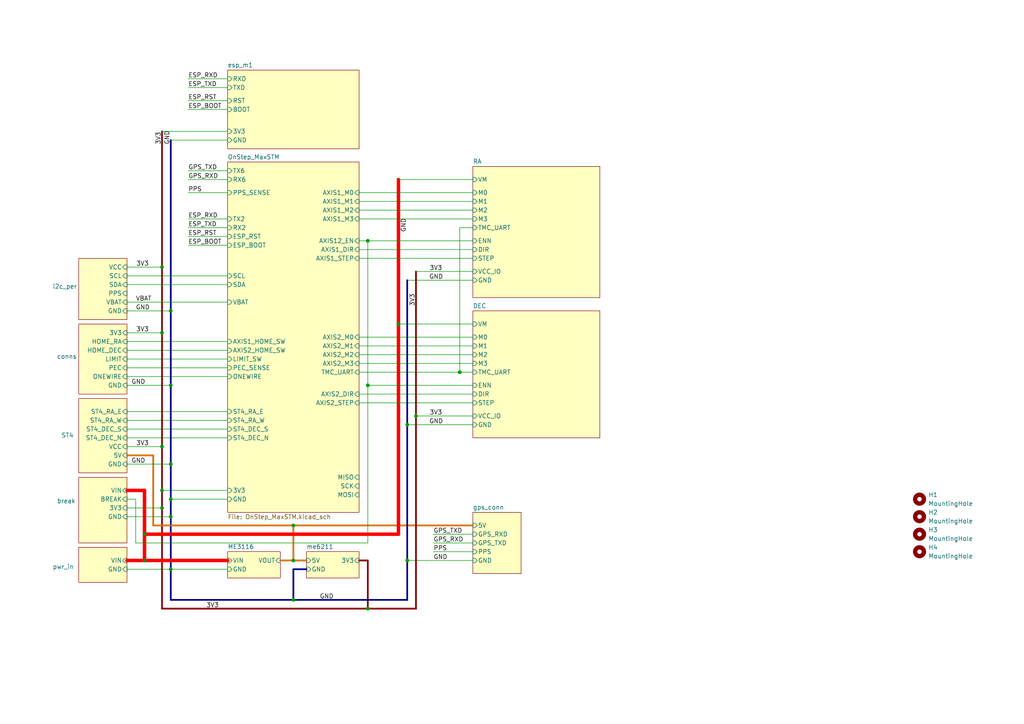
<source format=kicad_sch>
(kicad_sch (version 20250114) (generator "eeschema") (generator_version "9.0")
  (paper "A4")
  (lib_symbols
    (symbol "Mechanical:MountingHole" (pin_names (offset 1.016)) (exclude_from_sim yes) (in_bom no)
      (property "Reference" "H" (at 0 5.08 0))
      (property "Value" "MountingHole" (at 0 3.175 0))
      (symbol "MountingHole_0_1"
        (circle (center 0 0) (radius 1.27) (stroke (width 1.27)))
      )
    )
  )
  (junction (at 46.99 96.52))
  (junction (at 106.68 69.85))
  (junction (at 133.35 107.95))
  (junction (at 46.99 77.47))
  (junction (at 41.91 154.94))
  (junction (at 46.99 147.32))
  (junction (at 46.99 129.54))
  (junction (at 106.68 111.76))
  (junction (at 118.11 162.56))
  (junction (at 49.53 111.76))
  (junction (at 41.91 162.56))
  (junction (at 49.53 134.62))
  (junction (at 85.09 162.56))
  (junction (at 106.68 176.53))
  (junction (at 46.99 142.24))
  (junction (at 49.53 149.86))
  (junction (at 85.09 173.99))
  (junction (at 85.09 152.4))
  (junction (at 118.11 123.19))
  (junction (at 49.53 144.78))
  (junction (at 49.53 165.1))
  (junction (at 115.57 93.98))
  (junction (at 120.65 120.65))
  (junction (at 49.53 90.17))
  (wire (pts (xy 85.09 173.99) (xy 49.53 173.99)) (stroke (width 0.5) (color 0 0 132 1)))
  (wire (pts (xy 49.53 144.78) (xy 66.04 144.78)))
  (wire (pts (xy 125.73 157.48) (xy 137.16 157.48)))
  (wire (pts (xy 36.83 82.55) (xy 66.04 82.55)))
  (wire (pts (xy 81.28 162.56) (xy 85.09 162.56)) (stroke (width 0.5) (color 204 102 0 1)))
  (wire (pts (xy 118.11 123.19) (xy 118.11 162.56)) (stroke (width 0.5) (color 0 0 132 1)))
  (wire (pts (xy 36.83 90.17) (xy 49.53 90.17)))
  (wire (pts (xy 106.68 111.76) (xy 137.16 111.76)))
  (wire (pts (xy 85.09 152.4) (xy 44.45 152.4)) (stroke (width 0.5) (color 204 102 0 1)))
  (wire (pts (xy 36.83 77.47) (xy 46.99 77.47)))
  (wire (pts (xy 54.61 52.07) (xy 66.04 52.07)))
  (wire (pts (xy 46.99 142.24) (xy 46.99 147.32)) (stroke (width 0.5) (color 132 0 0 1)))
  (wire (pts (xy 118.11 162.56) (xy 137.16 162.56)))
  (wire (pts (xy 54.61 29.21) (xy 66.04 29.21)))
  (wire (pts (xy 36.83 149.86) (xy 49.53 149.86)))
  (wire (pts (xy 133.35 107.95) (xy 137.16 107.95)))
  (wire (pts (xy 104.14 116.84) (xy 137.16 116.84)))
  (wire (pts (xy 39.37 157.48) (xy 106.68 157.48)))
  (wire (pts (xy 36.83 147.32) (xy 46.99 147.32)))
  (wire (pts (xy 46.99 96.52) (xy 46.99 129.54)) (stroke (width 0.5) (color 132 0 0 1)))
  (wire (pts (xy 104.14 102.87) (xy 137.16 102.87)))
  (wire (pts (xy 49.53 40.64) (xy 66.04 40.64)))
  (wire (pts (xy 85.09 173.99) (xy 118.11 173.99)) (stroke (width 0.5) (color 0 0 132 1)))
  (wire (pts (xy 104.14 105.41) (xy 137.16 105.41)))
  (wire (pts (xy 46.99 77.47) (xy 46.99 96.52)) (stroke (width 0.5) (color 132 0 0 1)))
  (wire (pts (xy 36.83 104.14) (xy 66.04 104.14)))
  (wire (pts (xy 44.45 152.4) (xy 44.45 132.08)) (stroke (width 0.5) (color 204 102 0 1)))
  (wire (pts (xy 106.68 111.76) (xy 106.68 157.48)))
  (wire (pts (xy 104.14 100.33) (xy 137.16 100.33)))
  (wire (pts (xy 36.83 127) (xy 66.04 127)))
  (wire (pts (xy 36.83 162.56) (xy 41.91 162.56)) (stroke (width 1) (color 255 0 0 1)))
  (wire (pts (xy 115.57 52.07) (xy 137.16 52.07)))
  (wire (pts (xy 46.99 129.54) (xy 46.99 142.24)) (stroke (width 0.5) (color 132 0 0 1)))
  (wire (pts (xy 36.83 99.06) (xy 66.04 99.06)))
  (wire (pts (xy 104.14 58.42) (xy 137.16 58.42)))
  (wire (pts (xy 104.14 63.5) (xy 137.16 63.5)))
  (wire (pts (xy 39.37 144.78) (xy 39.37 157.48)))
  (wire (pts (xy 54.61 55.88) (xy 66.04 55.88)))
  (wire (pts (xy 36.83 134.62) (xy 49.53 134.62)))
  (wire (pts (xy 125.73 154.94) (xy 137.16 154.94)))
  (wire (pts (xy 104.14 69.85) (xy 106.68 69.85)))
  (wire (pts (xy 104.14 97.79) (xy 137.16 97.79)))
  (wire (pts (xy 49.53 90.17) (xy 49.53 111.76)) (stroke (width 0.5) (color 0 0 132 1)))
  (wire (pts (xy 104.14 74.93) (xy 137.16 74.93)))
  (wire (pts (xy 104.14 72.39) (xy 137.16 72.39)))
  (wire (pts (xy 41.91 162.56) (xy 66.04 162.56)) (stroke (width 1) (color 255 0 0 1)))
  (wire (pts (xy 106.68 176.53) (xy 106.68 162.56)) (stroke (width 0.5) (color 132 0 0 1)))
  (wire (pts (xy 41.91 154.94) (xy 41.91 162.56)) (stroke (width 1) (color 255 0 0 1)))
  (wire (pts (xy 36.83 96.52) (xy 46.99 96.52)))
  (wire (pts (xy 36.83 101.6) (xy 66.04 101.6)))
  (wire (pts (xy 115.57 154.94) (xy 115.57 93.98)) (stroke (width 1) (color 255 0 0 1)))
  (wire (pts (xy 36.83 124.46) (xy 66.04 124.46)))
  (wire (pts (xy 49.53 40.64) (xy 49.53 90.17)) (stroke (width 0.5) (color 0 0 132 1)))
  (wire (pts (xy 120.65 78.74) (xy 137.16 78.74)))
  (wire (pts (xy 106.68 69.85) (xy 137.16 69.85)))
  (wire (pts (xy 104.14 55.88) (xy 137.16 55.88)))
  (wire (pts (xy 49.53 165.1) (xy 66.04 165.1)))
  (wire (pts (xy 36.83 144.78) (xy 39.37 144.78)))
  (wire (pts (xy 54.61 49.53) (xy 66.04 49.53)))
  (wire (pts (xy 54.61 63.5) (xy 66.04 63.5)))
  (wire (pts (xy 120.65 120.65) (xy 137.16 120.65)))
  (wire (pts (xy 36.83 106.68) (xy 66.04 106.68)))
  (wire (pts (xy 49.53 134.62) (xy 49.53 144.78)) (stroke (width 0.5) (color 0 0 132 1)))
  (wire (pts (xy 46.99 147.32) (xy 46.99 176.53)) (stroke (width 0.5) (color 132 0 0 1)))
  (wire (pts (xy 36.83 165.1) (xy 49.53 165.1)))
  (wire (pts (xy 118.11 81.28) (xy 137.16 81.28)))
  (wire (pts (xy 54.61 71.12) (xy 66.04 71.12)))
  (wire (pts (xy 36.83 80.01) (xy 66.04 80.01)))
  (wire (pts (xy 36.83 142.24) (xy 41.91 142.24)) (stroke (width 1) (color 255 0 0 1)))
  (wire (pts (xy 36.83 111.76) (xy 49.53 111.76)))
  (wire (pts (xy 49.53 144.78) (xy 49.53 149.86)) (stroke (width 0.5) (color 0 0 132 1)))
  (wire (pts (xy 85.09 165.1) (xy 85.09 173.99)) (stroke (width 0.5) (color 0 0 132 1)))
  (wire (pts (xy 115.57 93.98) (xy 137.16 93.98)))
  (wire (pts (xy 46.99 38.1) (xy 66.04 38.1)))
  (wire (pts (xy 85.09 162.56) (xy 88.9 162.56)) (stroke (width 0.5) (color 204 102 0 1)))
  (wire (pts (xy 49.53 149.86) (xy 49.53 165.1)) (stroke (width 0.5) (color 0 0 132 1)))
  (wire (pts (xy 36.83 129.54) (xy 46.99 129.54)))
  (wire (pts (xy 41.91 142.24) (xy 41.91 154.94)) (stroke (width 1) (color 255 0 0 1)))
  (wire (pts (xy 125.73 160.02) (xy 137.16 160.02)))
  (wire (pts (xy 104.14 60.96) (xy 137.16 60.96)))
  (wire (pts (xy 54.61 25.4) (xy 66.04 25.4)))
  (wire (pts (xy 106.68 162.56) (xy 104.14 162.56)) (stroke (width 0.5) (color 132 0 0 1)))
  (wire (pts (xy 118.11 123.19) (xy 137.16 123.19)))
  (wire (pts (xy 104.14 114.3) (xy 137.16 114.3)))
  (wire (pts (xy 49.53 165.1) (xy 49.53 173.99)) (stroke (width 0.5) (color 0 0 132 1)))
  (wire (pts (xy 106.68 69.85) (xy 106.68 111.76)))
  (wire (pts (xy 46.99 176.53) (xy 106.68 176.53)) (stroke (width 0.5) (color 132 0 0 1)))
  (wire (pts (xy 85.09 152.4) (xy 85.09 162.56)) (stroke (width 0.5) (color 204 102 0 1)))
  (wire (pts (xy 49.53 111.76) (xy 49.53 134.62)) (stroke (width 0.5) (color 0 0 132 1)))
  (wire (pts (xy 36.83 119.38) (xy 66.04 119.38)))
  (wire (pts (xy 36.83 87.63) (xy 66.04 87.63)))
  (wire (pts (xy 36.83 121.92) (xy 66.04 121.92)))
  (wire (pts (xy 54.61 66.04) (xy 66.04 66.04)))
  (wire (pts (xy 133.35 66.04) (xy 133.35 107.95)))
  (wire (pts (xy 106.68 176.53) (xy 120.65 176.53)) (stroke (width 0.5) (color 132 0 0 1)))
  (wire (pts (xy 54.61 31.75) (xy 66.04 31.75)))
  (wire (pts (xy 44.45 132.08) (xy 36.83 132.08)) (stroke (width 0.5) (color 204 102 0 1)))
  (wire (pts (xy 115.57 93.98) (xy 115.57 52.07)) (stroke (width 1) (color 255 0 0 1)))
  (wire (pts (xy 41.91 154.94) (xy 115.57 154.94)) (stroke (width 1) (color 255 0 0 1)))
  (wire (pts (xy 104.14 107.95) (xy 133.35 107.95)))
  (wire (pts (xy 54.61 22.86) (xy 66.04 22.86)))
  (wire (pts (xy 54.61 68.58) (xy 66.04 68.58)))
  (wire (pts (xy 46.99 38.1) (xy 46.99 77.47)) (stroke (width 0.5) (color 132 0 0 1)))
  (wire (pts (xy 36.83 109.22) (xy 66.04 109.22)))
  (wire (pts (xy 118.11 81.28) (xy 118.11 123.19)) (stroke (width 0.5) (color 0 0 132 1)))
  (wire (pts (xy 118.11 162.56) (xy 118.11 173.99)) (stroke (width 0.5) (color 0 0 132 1)))
  (wire (pts (xy 120.65 78.74) (xy 120.65 120.65)) (stroke (width 0.5) (color 132 0 0 1)))
  (wire (pts (xy 85.09 152.4) (xy 137.16 152.4)) (stroke (width 0.5) (color 204 102 0 1)))
  (wire (pts (xy 88.9 165.1) (xy 85.09 165.1)) (stroke (width 0.5) (color 0 0 132 1)))
  (wire (pts (xy 120.65 120.65) (xy 120.65 176.53)) (stroke (width 0.5) (color 132 0 0 1)))
  (wire (pts (xy 137.16 66.04) (xy 133.35 66.04)))
  (wire (pts (xy 46.99 142.24) (xy 66.04 142.24)))
  (label "ESP_BOOT" (at 54.61 71.12 0))
  (label "GPS_RXD" (at 125.73 157.48 0))
  (label "GND" (at 49.53 41.91 90))
  (label "GND" (at 39.37 90.17 0))
  (label "GND" (at 124.46 81.28 0))
  (label "ESP_TXD" (at 54.61 25.4 0))
  (label "GND" (at 38.1 134.62 0))
  (label "GND" (at 118.11 67.31 90))
  (label "3V3" (at 46.99 41.91 90))
  (label "GND" (at 92.71 173.99 0))
  (label "GND" (at 124.46 123.19 0))
  (label "PPS" (at 54.61 55.88 0))
  (label "GND" (at 125.73 162.56 0))
  (label "3V3" (at 128.27 78.74 180))
  (label "ESP_RXD" (at 54.61 63.5 0))
  (label "ESP_RST" (at 54.61 68.58 0))
  (label "GPS_TXD" (at 54.61 49.53 0))
  (label "ESP_BOOT" (at 54.61 31.75 0))
  (label "3V3" (at 128.27 120.65 180))
  (label "3V3" (at 120.65 85.09 270))
  (label "GND" (at 38.1 111.76 0))
  (label "3V3" (at 43.18 96.52 180))
  (label "3V3" (at 43.18 77.47 180))
  (label "3V3" (at 63.5 176.53 180))
  (label "ESP_RST" (at 54.61 29.21 0))
  (label "ESP_TXD" (at 54.61 66.04 0))
  (label "3V3" (at 43.18 129.54 180))
  (label "ESP_RXD" (at 54.61 22.86 0))
  (label "GPS_RXD" (at 54.61 52.07 0))
  (label "VBAT" (at 39.37 87.63 0))
  (label "PPS" (at 125.73 160.02 0))
  (label "GPS_TXD" (at 125.73 154.94 0))
  (symbol (lib_id "Mechanical:MountingHole") (at 266.7 149.86 0) (unit 1) (exclude_from_sim yes) (in_bom no)
    (property "Reference" "H2" (at 269.24 148.5899 0) (effects (justify left)))
    (property "Value" "MountingHole" (at 269.24 151.1299 0) (effects (justify left)))
    (property "Footprint" "MountingHole:MountingHole_3.2mm_M3_Pad_Via" (effects (hide yes)))
    (property "Description" "Mounting Hole without connection" (effects (hide yes)))
  )
  (symbol (lib_id "Mechanical:MountingHole") (at 266.7 160.02 0) (unit 1) (exclude_from_sim yes) (in_bom no)
    (property "Reference" "H4" (at 269.24 158.7499 0) (effects (justify left)))
    (property "Value" "MountingHole" (at 269.24 161.2899 0) (effects (justify left)))
    (property "Footprint" "MountingHole:MountingHole_3.2mm_M3_Pad_Via" (effects (hide yes)))
    (property "Description" "Mounting Hole without connection" (effects (hide yes)))
  )
  (symbol (lib_id "Mechanical:MountingHole") (at 266.7 154.94 0) (unit 1) (exclude_from_sim yes) (in_bom no)
    (property "Reference" "H3" (at 269.24 153.6699 0) (effects (justify left)))
    (property "Value" "MountingHole" (at 269.24 156.2099 0) (effects (justify left)))
    (property "Footprint" "MountingHole:MountingHole_3.2mm_M3_Pad_Via" (effects (hide yes)))
    (property "Description" "Mounting Hole without connection" (effects (hide yes)))
  )
  (symbol (lib_id "Mechanical:MountingHole") (at 266.7 144.78 0) (unit 1) (exclude_from_sim yes) (in_bom no)
    (property "Reference" "H1" (at 269.24 143.5099 0) (effects (justify left)))
    (property "Value" "MountingHole" (at 269.24 146.0499 0) (effects (justify left)))
    (property "Footprint" "MountingHole:MountingHole_3.2mm_M3_Pad_Via" (effects (hide yes)))
    (property "Description" "Mounting Hole without connection" (effects (hide yes)))
  )
  (sheet (at 66.04 20.32) (size 38.1 22.86) (stroke (width 0.1524)) (fill (color 255 255 194 1.0000))
    (property "Sheetname" "esp_m1" (at 66.04 19.6084 0) (effects (justify left bottom)))
    (property "Sheetfile" "esp_m1.kicad_sch" (effects (hide yes)))
    (pin "3V3" input (at 66.04 38.1 180))
    (pin "GND" input (at 66.04 40.64 180))
    (pin "RXD" input (at 66.04 22.86 180))
    (pin "TXD" input (at 66.04 25.4 180))
    (pin "RST" input (at 66.04 29.21 180))
    (pin "BOOT" input (at 66.04 31.75 180))
  )
  (sheet (at 22.86 158.75) (size 13.97 10.16) (stroke (width 0.1524)) (fill (color 255 255 194 1.0000))
    (property "Sheetname" "pwr_in" (at 15.24 165.1 0) (effects (justify left bottom)))
    (property "Sheetfile" "pwr_in.kicad_sch" (effects (hide yes)))
    (pin "GND" input (at 36.83 165.1 0))
    (pin "VIN" input (at 36.83 162.56 0))
  )
  (sheet (at 22.86 74.93) (size 13.97 17.78) (stroke (width 0.1524)) (fill (color 255 255 194 1.0000))
    (property "Sheetname" "i2c_per" (at 15.24 83.82 0) (effects (justify left bottom)))
    (property "Sheetfile" "i2c_per.kicad_sch" (effects (hide yes)))
    (pin "VCC" input (at 36.83 77.47 0))
    (pin "GND" input (at 36.83 90.17 0))
    (pin "SDA" input (at 36.83 82.55 0))
    (pin "SCL" input (at 36.83 80.01 0))
    (pin "PPS" input (at 36.83 85.09 0))
    (pin "VBAT" input (at 36.83 87.63 0))
  )
  (sheet (at 66.04 160.02) (size 15.24 7.62) (stroke (width 0.1524)) (fill (color 255 255 194 1.0000))
    (property "Sheetname" "ME3116" (at 66.04 159.3084 0) (effects (justify left bottom)))
    (property "Sheetfile" "ME3116.kicad_sch" (effects (hide yes)))
    (pin "VIN" input (at 66.04 162.56 180))
    (pin "GND" input (at 66.04 165.1 180))
    (pin "VOUT" input (at 81.28 162.56 0))
  )
  (sheet (at 88.9 160.02) (size 15.24 7.62) (stroke (width 0.1524)) (fill (color 255 255 194 1.0000))
    (property "Sheetname" "me6211" (at 88.9 159.3084 0) (effects (justify left bottom)))
    (property "Sheetfile" "me6211.kicad_sch" (effects (hide yes)))
    (pin "5V" input (at 88.9 162.56 180))
    (pin "GND" input (at 88.9 165.1 180))
    (pin "3V3" input (at 104.14 162.56 0))
  )
  (sheet (at 22.86 93.98) (size 13.97 20.32) (stroke (width 0.1524)) (fill (color 255 255 194 1.0000))
    (property "Sheetname" "conns" (at 16.51 104.14 0) (effects (justify left bottom)))
    (property "Sheetfile" "conns.kicad_sch" (effects (hide yes)))
    (pin "3V3" input (at 36.83 96.52 0))
    (pin "HOME_RA" input (at 36.83 99.06 0))
    (pin "HOME_DEC" input (at 36.83 101.6 0))
    (pin "GND" input (at 36.83 111.76 0))
    (pin "LIMIT" input (at 36.83 104.14 0))
    (pin "PEC" input (at 36.83 106.68 0))
    (pin "ONEWIRE" input (at 36.83 109.22 0))
  )
  (sheet (at 137.16 148.59) (size 13.97 17.78) (stroke (width 0.1524)) (fill (color 255 255 194 1.0000))
    (property "Sheetname" "gps_conn" (at 137.16 147.8784 0) (effects (justify left bottom)))
    (property "Sheetfile" "gps_conn.kicad_sch" (effects (hide yes)))
    (pin "GND" input (at 137.16 162.56 180))
    (pin "5V" input (at 137.16 152.4 180))
    (pin "GPS_RXD" input (at 137.16 154.94 180))
    (pin "GPS_TXD" input (at 137.16 157.48 180))
    (pin "PPS" input (at 137.16 160.02 180))
  )
  (sheet (at 22.86 115.57) (size 13.97 21.59) (stroke (width 0.1524)) (fill (color 255 255 194 1.0000))
    (property "Sheetname" "ST4" (at 17.78 127 0) (effects (justify left bottom)))
    (property "Sheetfile" "ST4.kicad_sch" (effects (hide yes)))
    (pin "ST4_RA_W" input (at 36.83 121.92 0))
    (pin "ST4_RA_E" input (at 36.83 119.38 0))
    (pin "GND" input (at 36.83 134.62 0))
    (pin "ST4_DEC_N" input (at 36.83 127 0))
    (pin "ST4_DEC_S" input (at 36.83 124.46 0))
    (pin "5V" input (at 36.83 132.08 0))
    (pin "VCC" input (at 36.83 129.54 0))
  )
  (sheet (at 137.16 90.17) (size 36.83 36.83) (stroke (width 0.1524)) (fill (color 255 255 194 1.0000))
    (property "Sheetname" "DEC" (at 137.16 89.4584 0) (effects (justify left bottom)))
    (property "Sheetfile" "tmc2209.kicad_sch" (effects (hide yes)))
    (pin "VCC_IO" input (at 137.16 120.65 180))
    (pin "VM" input (at 137.16 93.98 180))
    (pin "GND" input (at 137.16 123.19 180))
    (pin "DIR" input (at 137.16 114.3 180))
    (pin "STEP" input (at 137.16 116.84 180))
    (pin "ENN" input (at 137.16 111.76 180))
    (pin "M0" input (at 137.16 97.79 180))
    (pin "TMC_UART" input (at 137.16 107.95 180))
    (pin "M2" input (at 137.16 102.87 180))
    (pin "M3" input (at 137.16 105.41 180))
    (pin "M1" input (at 137.16 100.33 180))
  )
  (sheet (at 137.16 48.26) (size 36.83 38.1) (stroke (width 0.1524)) (fill (color 255 255 194 1.0000))
    (property "Sheetname" "RA" (at 137.16 47.5484 0) (effects (justify left bottom)))
    (property "Sheetfile" "tmc2209.kicad_sch" (effects (hide yes)))
    (pin "VCC_IO" input (at 137.16 78.74 180))
    (pin "VM" input (at 137.16 52.07 180))
    (pin "GND" input (at 137.16 81.28 180))
    (pin "DIR" input (at 137.16 72.39 180))
    (pin "STEP" input (at 137.16 74.93 180))
    (pin "ENN" input (at 137.16 69.85 180))
    (pin "M0" input (at 137.16 55.88 180))
    (pin "TMC_UART" input (at 137.16 66.04 180))
    (pin "M2" input (at 137.16 60.96 180))
    (pin "M3" input (at 137.16 63.5 180))
    (pin "M1" input (at 137.16 58.42 180))
  )
  (sheet (at 22.86 138.43) (size 13.97 19.05) (stroke (width 0.1524)) (fill (color 255 255 194 1.0000))
    (property "Sheetname" "break" (at 16.51 146.05 0) (effects (justify left bottom)))
    (property "Sheetfile" "break.kicad_sch" (effects (hide yes)))
    (pin "VIN" input (at 36.83 142.24 0))
    (pin "GND" input (at 36.83 149.86 0))
    (pin "BREAK" input (at 36.83 144.78 0))
    (pin "3V3" input (at 36.83 147.32 0))
  )
  (sheet (at 66.04 46.99) (size 38.1 101.6) (stroke (width 0.1524)) (fill (color 255 255 194 1.0000))
    (property "Sheetname" "OnStep_MaxSTM" (at 66.04 46.2784 0) (effects (justify left bottom)))
    (property "Sheetfile" "OnStep_MaxSTM.kicad_sch" (at 66.04 149.1746 0) (effects (justify left top)))
    (pin "ST4_RA_W" input (at 66.04 121.92 180))
    (pin "PPS_SENSE" input (at 66.04 55.88 180))
    (pin "TX2" input (at 66.04 63.5 180))
    (pin "AXIS1_STEP" input (at 104.14 74.93 0))
    (pin "RX2" input (at 66.04 66.04 180))
    (pin "GND" input (at 66.04 144.78 180))
    (pin "3V3" input (at 66.04 142.24 180))
    (pin "ST4_DEC_S" input (at 66.04 124.46 180))
    (pin "AXIS2_DIR" input (at 104.14 114.3 0))
    (pin "SCL" input (at 66.04 80.01 180))
    (pin "SDA" input (at 66.04 82.55 180))
    (pin "ST4_RA_E" input (at 66.04 119.38 180))
    (pin "ST4_DEC_N" input (at 66.04 127 180))
    (pin "AXIS1_DIR" input (at 104.14 72.39 0))
    (pin "LIMIT_SW" input (at 66.04 104.14 180))
    (pin "AXIS2_HOME_SW" input (at 66.04 101.6 180))
    (pin "AXIS1_HOME_SW" input (at 66.04 99.06 180))
    (pin "AXIS2_STEP" input (at 104.14 116.84 0))
    (pin "ESP_BOOT" input (at 66.04 71.12 180))
    (pin "ESP_RST" input (at 66.04 68.58 180))
    (pin "VBAT" input (at 66.04 87.63 180))
    (pin "RX6" input (at 66.04 52.07 180))
    (pin "TX6" input (at 66.04 49.53 180))
    (pin "MISO" input (at 104.14 138.43 0))
    (pin "SCK" input (at 104.14 140.97 0))
    (pin "MOSI" input (at 104.14 143.51 0))
    (pin "PEC_SENSE" input (at 66.04 106.68 180))
    (pin "TMC_UART" input (at 104.14 107.95 0))
    (pin "AXIS1_M2" input (at 104.14 60.96 0))
    (pin "AXIS2_M2" input (at 104.14 102.87 0))
    (pin "AXIS1_M3" input (at 104.14 63.5 0))
    (pin "AXIS12_EN" input (at 104.14 69.85 0))
    (pin "AXIS2_M3" input (at 104.14 105.41 0))
    (pin "AXIS2_M1" input (at 104.14 100.33 0))
    (pin "AXIS1_M1" input (at 104.14 58.42 0))
    (pin "AXIS2_M0" input (at 104.14 97.79 0))
    (pin "AXIS1_M0" input (at 104.14 55.88 0))
    (pin "ONEWIRE" input (at 66.04 109.22 180))
  )
)
</source>
